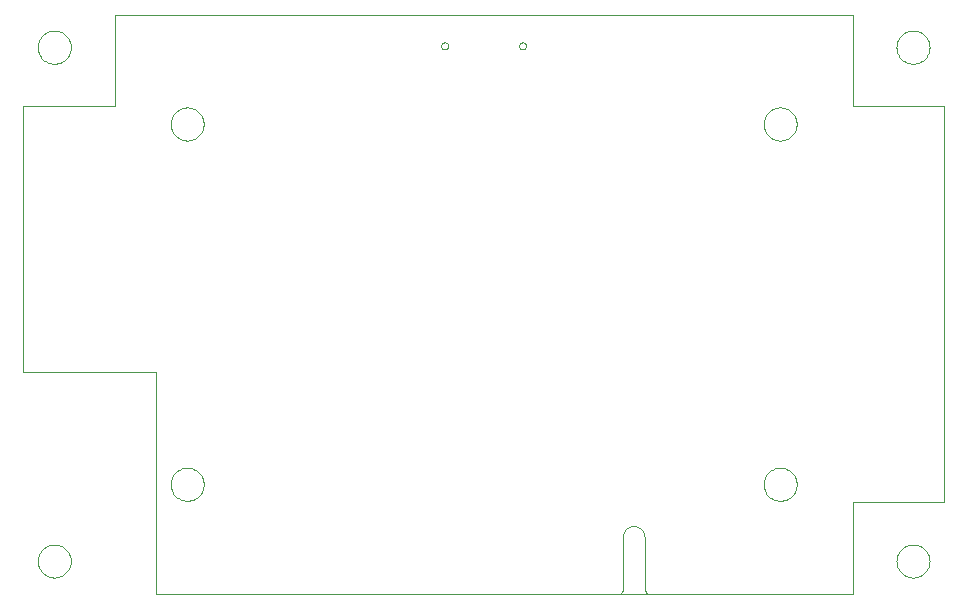
<source format=gbp>
G75*
G70*
%OFA0B0*%
%FSLAX24Y24*%
%IPPOS*%
%LPD*%
%AMOC8*
5,1,8,0,0,1.08239X$1,22.5*
%
%ADD10C,0.0000*%
D10*
X000780Y001331D02*
X000782Y001378D01*
X000788Y001424D01*
X000798Y001470D01*
X000811Y001515D01*
X000829Y001558D01*
X000850Y001600D01*
X000874Y001640D01*
X000902Y001677D01*
X000933Y001712D01*
X000967Y001745D01*
X001003Y001774D01*
X001042Y001800D01*
X001083Y001823D01*
X001126Y001842D01*
X001170Y001858D01*
X001215Y001870D01*
X001261Y001878D01*
X001308Y001882D01*
X001354Y001882D01*
X001401Y001878D01*
X001447Y001870D01*
X001492Y001858D01*
X001536Y001842D01*
X001579Y001823D01*
X001620Y001800D01*
X001659Y001774D01*
X001695Y001745D01*
X001729Y001712D01*
X001760Y001677D01*
X001788Y001640D01*
X001812Y001600D01*
X001833Y001558D01*
X001851Y001515D01*
X001864Y001470D01*
X001874Y001424D01*
X001880Y001378D01*
X001882Y001331D01*
X001880Y001284D01*
X001874Y001238D01*
X001864Y001192D01*
X001851Y001147D01*
X001833Y001104D01*
X001812Y001062D01*
X001788Y001022D01*
X001760Y000985D01*
X001729Y000950D01*
X001695Y000917D01*
X001659Y000888D01*
X001620Y000862D01*
X001579Y000839D01*
X001536Y000820D01*
X001492Y000804D01*
X001447Y000792D01*
X001401Y000784D01*
X001354Y000780D01*
X001308Y000780D01*
X001261Y000784D01*
X001215Y000792D01*
X001170Y000804D01*
X001126Y000820D01*
X001083Y000839D01*
X001042Y000862D01*
X001003Y000888D01*
X000967Y000917D01*
X000933Y000950D01*
X000902Y000985D01*
X000874Y001022D01*
X000850Y001062D01*
X000829Y001104D01*
X000811Y001147D01*
X000798Y001192D01*
X000788Y001238D01*
X000782Y001284D01*
X000780Y001331D01*
X004717Y000248D02*
X004717Y007630D01*
X000288Y007630D01*
X000288Y016489D01*
X003339Y016489D01*
X003339Y019540D01*
X027945Y019540D01*
X027945Y016489D01*
X030996Y016489D01*
X030996Y003300D01*
X027945Y003300D01*
X027945Y000248D01*
X004717Y000248D01*
X005209Y003890D02*
X005211Y003937D01*
X005217Y003983D01*
X005227Y004029D01*
X005240Y004074D01*
X005258Y004117D01*
X005279Y004159D01*
X005303Y004199D01*
X005331Y004236D01*
X005362Y004271D01*
X005396Y004304D01*
X005432Y004333D01*
X005471Y004359D01*
X005512Y004382D01*
X005555Y004401D01*
X005599Y004417D01*
X005644Y004429D01*
X005690Y004437D01*
X005737Y004441D01*
X005783Y004441D01*
X005830Y004437D01*
X005876Y004429D01*
X005921Y004417D01*
X005965Y004401D01*
X006008Y004382D01*
X006049Y004359D01*
X006088Y004333D01*
X006124Y004304D01*
X006158Y004271D01*
X006189Y004236D01*
X006217Y004199D01*
X006241Y004159D01*
X006262Y004117D01*
X006280Y004074D01*
X006293Y004029D01*
X006303Y003983D01*
X006309Y003937D01*
X006311Y003890D01*
X006309Y003843D01*
X006303Y003797D01*
X006293Y003751D01*
X006280Y003706D01*
X006262Y003663D01*
X006241Y003621D01*
X006217Y003581D01*
X006189Y003544D01*
X006158Y003509D01*
X006124Y003476D01*
X006088Y003447D01*
X006049Y003421D01*
X006008Y003398D01*
X005965Y003379D01*
X005921Y003363D01*
X005876Y003351D01*
X005830Y003343D01*
X005783Y003339D01*
X005737Y003339D01*
X005690Y003343D01*
X005644Y003351D01*
X005599Y003363D01*
X005555Y003379D01*
X005512Y003398D01*
X005471Y003421D01*
X005432Y003447D01*
X005396Y003476D01*
X005362Y003509D01*
X005331Y003544D01*
X005303Y003581D01*
X005279Y003621D01*
X005258Y003663D01*
X005240Y003706D01*
X005227Y003751D01*
X005217Y003797D01*
X005211Y003843D01*
X005209Y003890D01*
X020275Y002135D02*
X020275Y000360D01*
X020242Y000310D01*
X020192Y000248D01*
X021092Y000248D01*
X021042Y000310D01*
X021005Y000360D01*
X021005Y002135D01*
X021003Y002172D01*
X020998Y002208D01*
X020988Y002244D01*
X020975Y002279D01*
X020959Y002312D01*
X020940Y002344D01*
X020917Y002373D01*
X020891Y002400D01*
X020863Y002424D01*
X020833Y002445D01*
X020801Y002463D01*
X020767Y002477D01*
X020731Y002488D01*
X020695Y002496D01*
X020658Y002500D01*
X020622Y002500D01*
X020585Y002496D01*
X020549Y002488D01*
X020513Y002477D01*
X020479Y002463D01*
X020447Y002445D01*
X020417Y002424D01*
X020389Y002400D01*
X020363Y002373D01*
X020340Y002344D01*
X020321Y002312D01*
X020305Y002279D01*
X020292Y002244D01*
X020282Y002208D01*
X020277Y002172D01*
X020275Y002135D01*
X024973Y003890D02*
X024975Y003937D01*
X024981Y003983D01*
X024991Y004029D01*
X025004Y004074D01*
X025022Y004117D01*
X025043Y004159D01*
X025067Y004199D01*
X025095Y004236D01*
X025126Y004271D01*
X025160Y004304D01*
X025196Y004333D01*
X025235Y004359D01*
X025276Y004382D01*
X025319Y004401D01*
X025363Y004417D01*
X025408Y004429D01*
X025454Y004437D01*
X025501Y004441D01*
X025547Y004441D01*
X025594Y004437D01*
X025640Y004429D01*
X025685Y004417D01*
X025729Y004401D01*
X025772Y004382D01*
X025813Y004359D01*
X025852Y004333D01*
X025888Y004304D01*
X025922Y004271D01*
X025953Y004236D01*
X025981Y004199D01*
X026005Y004159D01*
X026026Y004117D01*
X026044Y004074D01*
X026057Y004029D01*
X026067Y003983D01*
X026073Y003937D01*
X026075Y003890D01*
X026073Y003843D01*
X026067Y003797D01*
X026057Y003751D01*
X026044Y003706D01*
X026026Y003663D01*
X026005Y003621D01*
X025981Y003581D01*
X025953Y003544D01*
X025922Y003509D01*
X025888Y003476D01*
X025852Y003447D01*
X025813Y003421D01*
X025772Y003398D01*
X025729Y003379D01*
X025685Y003363D01*
X025640Y003351D01*
X025594Y003343D01*
X025547Y003339D01*
X025501Y003339D01*
X025454Y003343D01*
X025408Y003351D01*
X025363Y003363D01*
X025319Y003379D01*
X025276Y003398D01*
X025235Y003421D01*
X025196Y003447D01*
X025160Y003476D01*
X025126Y003509D01*
X025095Y003544D01*
X025067Y003581D01*
X025043Y003621D01*
X025022Y003663D01*
X025004Y003706D01*
X024991Y003751D01*
X024981Y003797D01*
X024975Y003843D01*
X024973Y003890D01*
X029402Y001331D02*
X029404Y001378D01*
X029410Y001424D01*
X029420Y001470D01*
X029433Y001515D01*
X029451Y001558D01*
X029472Y001600D01*
X029496Y001640D01*
X029524Y001677D01*
X029555Y001712D01*
X029589Y001745D01*
X029625Y001774D01*
X029664Y001800D01*
X029705Y001823D01*
X029748Y001842D01*
X029792Y001858D01*
X029837Y001870D01*
X029883Y001878D01*
X029930Y001882D01*
X029976Y001882D01*
X030023Y001878D01*
X030069Y001870D01*
X030114Y001858D01*
X030158Y001842D01*
X030201Y001823D01*
X030242Y001800D01*
X030281Y001774D01*
X030317Y001745D01*
X030351Y001712D01*
X030382Y001677D01*
X030410Y001640D01*
X030434Y001600D01*
X030455Y001558D01*
X030473Y001515D01*
X030486Y001470D01*
X030496Y001424D01*
X030502Y001378D01*
X030504Y001331D01*
X030502Y001284D01*
X030496Y001238D01*
X030486Y001192D01*
X030473Y001147D01*
X030455Y001104D01*
X030434Y001062D01*
X030410Y001022D01*
X030382Y000985D01*
X030351Y000950D01*
X030317Y000917D01*
X030281Y000888D01*
X030242Y000862D01*
X030201Y000839D01*
X030158Y000820D01*
X030114Y000804D01*
X030069Y000792D01*
X030023Y000784D01*
X029976Y000780D01*
X029930Y000780D01*
X029883Y000784D01*
X029837Y000792D01*
X029792Y000804D01*
X029748Y000820D01*
X029705Y000839D01*
X029664Y000862D01*
X029625Y000888D01*
X029589Y000917D01*
X029555Y000950D01*
X029524Y000985D01*
X029496Y001022D01*
X029472Y001062D01*
X029451Y001104D01*
X029433Y001147D01*
X029420Y001192D01*
X029410Y001238D01*
X029404Y001284D01*
X029402Y001331D01*
X024973Y015898D02*
X024975Y015945D01*
X024981Y015991D01*
X024991Y016037D01*
X025004Y016082D01*
X025022Y016125D01*
X025043Y016167D01*
X025067Y016207D01*
X025095Y016244D01*
X025126Y016279D01*
X025160Y016312D01*
X025196Y016341D01*
X025235Y016367D01*
X025276Y016390D01*
X025319Y016409D01*
X025363Y016425D01*
X025408Y016437D01*
X025454Y016445D01*
X025501Y016449D01*
X025547Y016449D01*
X025594Y016445D01*
X025640Y016437D01*
X025685Y016425D01*
X025729Y016409D01*
X025772Y016390D01*
X025813Y016367D01*
X025852Y016341D01*
X025888Y016312D01*
X025922Y016279D01*
X025953Y016244D01*
X025981Y016207D01*
X026005Y016167D01*
X026026Y016125D01*
X026044Y016082D01*
X026057Y016037D01*
X026067Y015991D01*
X026073Y015945D01*
X026075Y015898D01*
X026073Y015851D01*
X026067Y015805D01*
X026057Y015759D01*
X026044Y015714D01*
X026026Y015671D01*
X026005Y015629D01*
X025981Y015589D01*
X025953Y015552D01*
X025922Y015517D01*
X025888Y015484D01*
X025852Y015455D01*
X025813Y015429D01*
X025772Y015406D01*
X025729Y015387D01*
X025685Y015371D01*
X025640Y015359D01*
X025594Y015351D01*
X025547Y015347D01*
X025501Y015347D01*
X025454Y015351D01*
X025408Y015359D01*
X025363Y015371D01*
X025319Y015387D01*
X025276Y015406D01*
X025235Y015429D01*
X025196Y015455D01*
X025160Y015484D01*
X025126Y015517D01*
X025095Y015552D01*
X025067Y015589D01*
X025043Y015629D01*
X025022Y015671D01*
X025004Y015714D01*
X024991Y015759D01*
X024981Y015805D01*
X024975Y015851D01*
X024973Y015898D01*
X029402Y018457D02*
X029404Y018504D01*
X029410Y018550D01*
X029420Y018596D01*
X029433Y018641D01*
X029451Y018684D01*
X029472Y018726D01*
X029496Y018766D01*
X029524Y018803D01*
X029555Y018838D01*
X029589Y018871D01*
X029625Y018900D01*
X029664Y018926D01*
X029705Y018949D01*
X029748Y018968D01*
X029792Y018984D01*
X029837Y018996D01*
X029883Y019004D01*
X029930Y019008D01*
X029976Y019008D01*
X030023Y019004D01*
X030069Y018996D01*
X030114Y018984D01*
X030158Y018968D01*
X030201Y018949D01*
X030242Y018926D01*
X030281Y018900D01*
X030317Y018871D01*
X030351Y018838D01*
X030382Y018803D01*
X030410Y018766D01*
X030434Y018726D01*
X030455Y018684D01*
X030473Y018641D01*
X030486Y018596D01*
X030496Y018550D01*
X030502Y018504D01*
X030504Y018457D01*
X030502Y018410D01*
X030496Y018364D01*
X030486Y018318D01*
X030473Y018273D01*
X030455Y018230D01*
X030434Y018188D01*
X030410Y018148D01*
X030382Y018111D01*
X030351Y018076D01*
X030317Y018043D01*
X030281Y018014D01*
X030242Y017988D01*
X030201Y017965D01*
X030158Y017946D01*
X030114Y017930D01*
X030069Y017918D01*
X030023Y017910D01*
X029976Y017906D01*
X029930Y017906D01*
X029883Y017910D01*
X029837Y017918D01*
X029792Y017930D01*
X029748Y017946D01*
X029705Y017965D01*
X029664Y017988D01*
X029625Y018014D01*
X029589Y018043D01*
X029555Y018076D01*
X029524Y018111D01*
X029496Y018148D01*
X029472Y018188D01*
X029451Y018230D01*
X029433Y018273D01*
X029420Y018318D01*
X029410Y018364D01*
X029404Y018410D01*
X029402Y018457D01*
X016823Y018502D02*
X016825Y018523D01*
X016831Y018543D01*
X016840Y018563D01*
X016852Y018580D01*
X016867Y018594D01*
X016885Y018606D01*
X016905Y018614D01*
X016925Y018619D01*
X016946Y018620D01*
X016967Y018617D01*
X016987Y018611D01*
X017006Y018600D01*
X017023Y018587D01*
X017036Y018571D01*
X017047Y018553D01*
X017055Y018533D01*
X017059Y018513D01*
X017059Y018491D01*
X017055Y018471D01*
X017047Y018451D01*
X017036Y018433D01*
X017023Y018417D01*
X017006Y018404D01*
X016987Y018393D01*
X016967Y018387D01*
X016946Y018384D01*
X016925Y018385D01*
X016905Y018390D01*
X016885Y018398D01*
X016867Y018410D01*
X016852Y018424D01*
X016840Y018441D01*
X016831Y018461D01*
X016825Y018481D01*
X016823Y018502D01*
X014225Y018502D02*
X014227Y018523D01*
X014233Y018543D01*
X014242Y018563D01*
X014254Y018580D01*
X014269Y018594D01*
X014287Y018606D01*
X014307Y018614D01*
X014327Y018619D01*
X014348Y018620D01*
X014369Y018617D01*
X014389Y018611D01*
X014408Y018600D01*
X014425Y018587D01*
X014438Y018571D01*
X014449Y018553D01*
X014457Y018533D01*
X014461Y018513D01*
X014461Y018491D01*
X014457Y018471D01*
X014449Y018451D01*
X014438Y018433D01*
X014425Y018417D01*
X014408Y018404D01*
X014389Y018393D01*
X014369Y018387D01*
X014348Y018384D01*
X014327Y018385D01*
X014307Y018390D01*
X014287Y018398D01*
X014269Y018410D01*
X014254Y018424D01*
X014242Y018441D01*
X014233Y018461D01*
X014227Y018481D01*
X014225Y018502D01*
X005209Y015898D02*
X005211Y015945D01*
X005217Y015991D01*
X005227Y016037D01*
X005240Y016082D01*
X005258Y016125D01*
X005279Y016167D01*
X005303Y016207D01*
X005331Y016244D01*
X005362Y016279D01*
X005396Y016312D01*
X005432Y016341D01*
X005471Y016367D01*
X005512Y016390D01*
X005555Y016409D01*
X005599Y016425D01*
X005644Y016437D01*
X005690Y016445D01*
X005737Y016449D01*
X005783Y016449D01*
X005830Y016445D01*
X005876Y016437D01*
X005921Y016425D01*
X005965Y016409D01*
X006008Y016390D01*
X006049Y016367D01*
X006088Y016341D01*
X006124Y016312D01*
X006158Y016279D01*
X006189Y016244D01*
X006217Y016207D01*
X006241Y016167D01*
X006262Y016125D01*
X006280Y016082D01*
X006293Y016037D01*
X006303Y015991D01*
X006309Y015945D01*
X006311Y015898D01*
X006309Y015851D01*
X006303Y015805D01*
X006293Y015759D01*
X006280Y015714D01*
X006262Y015671D01*
X006241Y015629D01*
X006217Y015589D01*
X006189Y015552D01*
X006158Y015517D01*
X006124Y015484D01*
X006088Y015455D01*
X006049Y015429D01*
X006008Y015406D01*
X005965Y015387D01*
X005921Y015371D01*
X005876Y015359D01*
X005830Y015351D01*
X005783Y015347D01*
X005737Y015347D01*
X005690Y015351D01*
X005644Y015359D01*
X005599Y015371D01*
X005555Y015387D01*
X005512Y015406D01*
X005471Y015429D01*
X005432Y015455D01*
X005396Y015484D01*
X005362Y015517D01*
X005331Y015552D01*
X005303Y015589D01*
X005279Y015629D01*
X005258Y015671D01*
X005240Y015714D01*
X005227Y015759D01*
X005217Y015805D01*
X005211Y015851D01*
X005209Y015898D01*
X000780Y018457D02*
X000782Y018504D01*
X000788Y018550D01*
X000798Y018596D01*
X000811Y018641D01*
X000829Y018684D01*
X000850Y018726D01*
X000874Y018766D01*
X000902Y018803D01*
X000933Y018838D01*
X000967Y018871D01*
X001003Y018900D01*
X001042Y018926D01*
X001083Y018949D01*
X001126Y018968D01*
X001170Y018984D01*
X001215Y018996D01*
X001261Y019004D01*
X001308Y019008D01*
X001354Y019008D01*
X001401Y019004D01*
X001447Y018996D01*
X001492Y018984D01*
X001536Y018968D01*
X001579Y018949D01*
X001620Y018926D01*
X001659Y018900D01*
X001695Y018871D01*
X001729Y018838D01*
X001760Y018803D01*
X001788Y018766D01*
X001812Y018726D01*
X001833Y018684D01*
X001851Y018641D01*
X001864Y018596D01*
X001874Y018550D01*
X001880Y018504D01*
X001882Y018457D01*
X001880Y018410D01*
X001874Y018364D01*
X001864Y018318D01*
X001851Y018273D01*
X001833Y018230D01*
X001812Y018188D01*
X001788Y018148D01*
X001760Y018111D01*
X001729Y018076D01*
X001695Y018043D01*
X001659Y018014D01*
X001620Y017988D01*
X001579Y017965D01*
X001536Y017946D01*
X001492Y017930D01*
X001447Y017918D01*
X001401Y017910D01*
X001354Y017906D01*
X001308Y017906D01*
X001261Y017910D01*
X001215Y017918D01*
X001170Y017930D01*
X001126Y017946D01*
X001083Y017965D01*
X001042Y017988D01*
X001003Y018014D01*
X000967Y018043D01*
X000933Y018076D01*
X000902Y018111D01*
X000874Y018148D01*
X000850Y018188D01*
X000829Y018230D01*
X000811Y018273D01*
X000798Y018318D01*
X000788Y018364D01*
X000782Y018410D01*
X000780Y018457D01*
M02*

</source>
